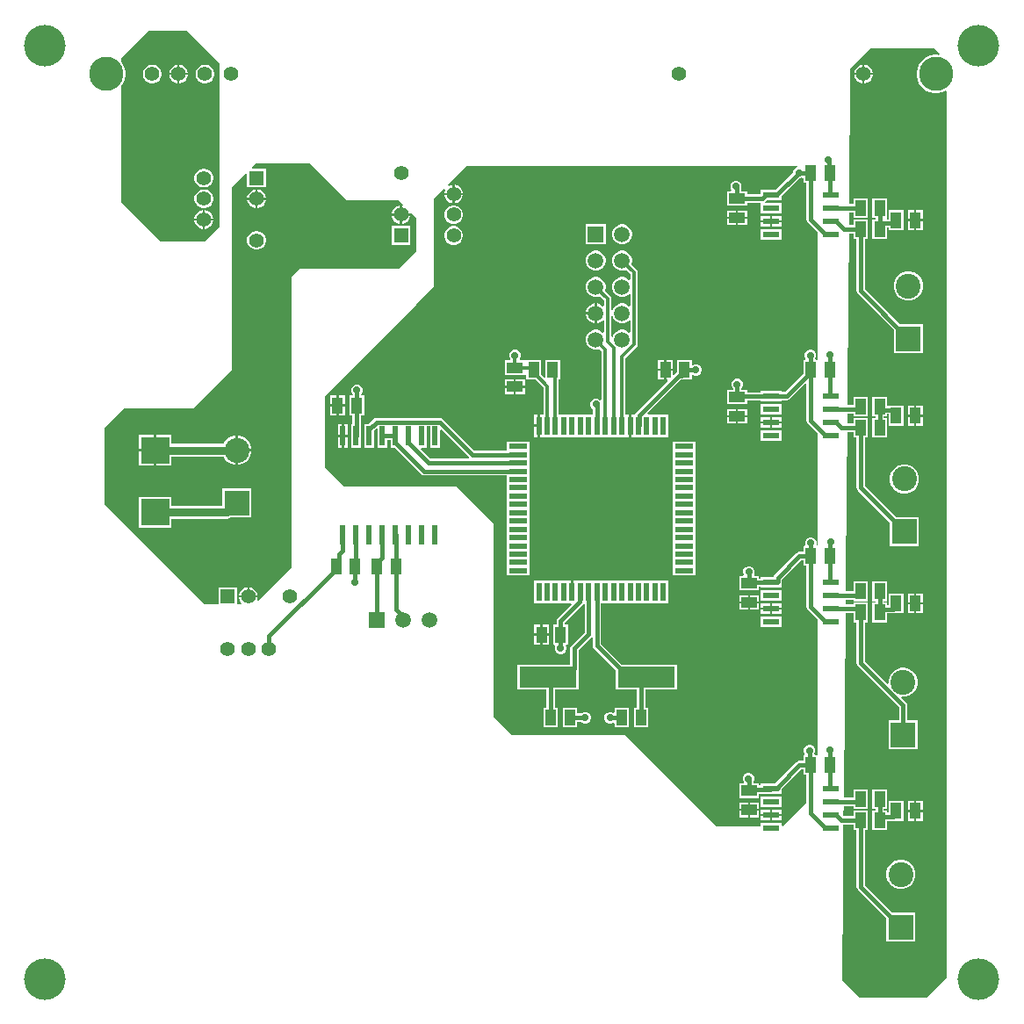
<source format=gtl>
G04*
G04 #@! TF.GenerationSoftware,Altium Limited,Altium Designer,23.11.1 (41)*
G04*
G04 Layer_Physical_Order=1*
G04 Layer_Color=255*
%FSLAX43Y43*%
%MOMM*%
G71*
G04*
G04 #@! TF.SameCoordinates,5C86F8B5-C48D-4B9D-AEF1-1A40F40C4F51*
G04*
G04*
G04 #@! TF.FilePolarity,Positive*
G04*
G01*
G75*
%ADD17C,0.300*%
%ADD38R,1.600X0.600*%
%ADD39R,1.500X1.000*%
%ADD40R,1.000X1.500*%
%ADD41R,0.600X1.900*%
%ADD42R,0.500X1.800*%
%ADD43R,5.500X2.000*%
%ADD44R,1.800X0.500*%
%ADD45R,2.770X2.550*%
%ADD46C,0.381*%
%ADD47C,0.800*%
%ADD48R,1.400X1.400*%
%ADD49C,1.400*%
%ADD50C,3.300*%
%ADD51C,2.400*%
%ADD52R,2.400X2.400*%
%ADD53C,4.000*%
%ADD54C,1.508*%
%ADD55C,1.500*%
%ADD56R,1.500X1.500*%
%ADD57R,1.508X1.508*%
%ADD58R,1.400X1.400*%
%ADD59C,0.700*%
G36*
X91220Y94180D02*
X91160Y94068D01*
X91065Y94087D01*
X90701D01*
X90343Y94016D01*
X90007Y93876D01*
X89704Y93674D01*
X89446Y93416D01*
X89244Y93113D01*
X89104Y92777D01*
X89033Y92419D01*
Y92055D01*
X89104Y91697D01*
X89244Y91361D01*
X89446Y91058D01*
X89704Y90800D01*
X90007Y90598D01*
X90343Y90458D01*
X90701Y90387D01*
X91065D01*
X91423Y90458D01*
X91759Y90598D01*
X91788Y90617D01*
X91900Y90557D01*
Y5100D01*
X90000Y3200D01*
X83500D01*
X81816Y4900D01*
X81899Y13680D01*
X81958Y19906D01*
X82913D01*
Y19354D01*
X83215D01*
Y13887D01*
X83245Y13735D01*
X83331Y13605D01*
X86100Y10837D01*
Y8600D01*
X88900D01*
Y11400D01*
X86663D01*
X84011Y14052D01*
Y19354D01*
X84313D01*
Y21254D01*
X82913D01*
Y20702D01*
X82056D01*
X81966Y20792D01*
X81975Y21684D01*
X82913D01*
Y21386D01*
X84313D01*
Y23286D01*
X82913D01*
Y22480D01*
X82073D01*
X81983Y22570D01*
X82151Y40306D01*
X82913D01*
Y39373D01*
X83215D01*
Y35443D01*
X83245Y35290D01*
X83331Y35161D01*
X87315Y31178D01*
Y29912D01*
X86313D01*
Y27112D01*
X89113D01*
Y29912D01*
X88111D01*
Y31343D01*
X88081Y31495D01*
X87995Y31624D01*
X87554Y32065D01*
X87606Y32192D01*
X87897D01*
X88253Y32287D01*
X88573Y32472D01*
X88833Y32732D01*
X89018Y33052D01*
X89113Y33408D01*
Y33776D01*
X89018Y34132D01*
X88833Y34452D01*
X88573Y34712D01*
X88253Y34897D01*
X87897Y34992D01*
X87529D01*
X87173Y34897D01*
X86853Y34712D01*
X86593Y34452D01*
X86408Y34132D01*
X86313Y33776D01*
Y33485D01*
X86186Y33433D01*
X84011Y35608D01*
Y39373D01*
X84313D01*
Y41273D01*
X82913D01*
Y41102D01*
X82249D01*
X82159Y41192D01*
X82163Y41576D01*
X82913D01*
Y41405D01*
X84313D01*
Y43305D01*
X82913D01*
Y42372D01*
X82261D01*
X82171Y42462D01*
X82271Y53014D01*
X82316Y57753D01*
X82913D01*
Y57201D01*
X83215D01*
Y52345D01*
X83245Y52193D01*
X83331Y52063D01*
X86440Y48955D01*
Y46718D01*
X89240D01*
Y49518D01*
X87003D01*
X84011Y52510D01*
Y57201D01*
X84313D01*
Y59101D01*
X82913D01*
Y58549D01*
X82414D01*
X82325Y58639D01*
X82333Y59531D01*
X82913D01*
Y59233D01*
X84313D01*
Y61133D01*
X82913D01*
Y60327D01*
X82431D01*
X82341Y60417D01*
X82443Y71206D01*
X82497Y76868D01*
X82913D01*
Y76316D01*
X83215D01*
Y71333D01*
X83245Y71181D01*
X83331Y71051D01*
X86821Y67562D01*
Y65325D01*
X89621D01*
Y68125D01*
X87384D01*
X84011Y71498D01*
Y76316D01*
X84313D01*
Y78216D01*
X82913D01*
Y77664D01*
X82595D01*
X82505Y77754D01*
X82516Y78900D01*
X82913D01*
Y78348D01*
X84313D01*
Y80248D01*
X82913D01*
Y79696D01*
X82614D01*
X82525Y79786D01*
X82648Y92800D01*
X84547Y94700D01*
X90700D01*
X91220Y94180D01*
D02*
G37*
G36*
X34000Y80100D02*
X39100D01*
X39525Y79675D01*
X39459Y79561D01*
X39419Y79572D01*
X39401D01*
Y78772D01*
X40201D01*
Y78790D01*
X40190Y78830D01*
X40304Y78896D01*
X40800Y78400D01*
Y75100D01*
X40700D01*
X39100Y73500D01*
X29600D01*
X28800Y72700D01*
Y44700D01*
X25519Y41419D01*
X25418Y41497D01*
X25432Y41522D01*
X25493Y41751D01*
Y41769D01*
X24593D01*
X23693D01*
Y41751D01*
X23754Y41522D01*
X23873Y41316D01*
X23962Y41227D01*
X23910Y41100D01*
X23493D01*
Y42769D01*
X21693D01*
Y41100D01*
X20400D01*
X10700Y50800D01*
Y58100D01*
X12600Y60000D01*
X19300D01*
X23000Y63700D01*
Y81300D01*
X24358Y82658D01*
X24475Y82609D01*
Y81309D01*
X26275D01*
Y83109D01*
X24975D01*
X24926Y83226D01*
X25300Y83600D01*
X30500D01*
X34000Y80100D01*
D02*
G37*
G36*
X77563Y83277D02*
X77360Y83193D01*
X77206Y83039D01*
X77122Y82836D01*
Y82740D01*
X75450Y81068D01*
X74013D01*
Y80631D01*
X74003Y80621D01*
X72661D01*
Y80923D01*
X72109D01*
Y81192D01*
X72150Y81291D01*
Y81509D01*
X72066Y81712D01*
X71912Y81866D01*
X71709Y81950D01*
X71491D01*
X71288Y81866D01*
X71134Y81712D01*
X71050Y81509D01*
Y81291D01*
X71134Y81088D01*
X71172Y81050D01*
X71120Y80923D01*
X70761D01*
Y79523D01*
X72661D01*
Y79825D01*
X73897D01*
X74013Y79798D01*
X74013Y79698D01*
Y78798D01*
X76013D01*
Y79798D01*
X74463D01*
X74425Y79925D01*
X74450Y79941D01*
X74576Y80068D01*
X76013D01*
Y80505D01*
X77685Y82177D01*
X77781D01*
X77960Y82251D01*
X78044Y82216D01*
X78087Y82185D01*
Y81777D01*
X78389D01*
Y78199D01*
X78419Y78047D01*
X78505Y77917D01*
X79500Y76923D01*
Y64811D01*
X79487Y64689D01*
X79320D01*
X79284Y64750D01*
X79259Y64816D01*
X79337Y65004D01*
Y65222D01*
X79253Y65425D01*
X79099Y65579D01*
X78896Y65663D01*
X78678D01*
X78475Y65579D01*
X78321Y65425D01*
X78237Y65222D01*
Y65004D01*
X78315Y64816D01*
X78290Y64750D01*
X78254Y64689D01*
X78087D01*
Y63352D01*
X76332Y61597D01*
X76013D01*
Y61699D01*
X74013D01*
Y61552D01*
X72661D01*
Y61808D01*
X72118D01*
X72113Y61935D01*
X72177Y61999D01*
X72261Y62202D01*
Y62420D01*
X72177Y62623D01*
X72023Y62777D01*
X71820Y62861D01*
X71602D01*
X71399Y62777D01*
X71245Y62623D01*
X71161Y62420D01*
Y62202D01*
X71245Y61999D01*
X71309Y61935D01*
X71304Y61808D01*
X70761D01*
Y60408D01*
X72661D01*
Y60755D01*
X74013D01*
Y60699D01*
X76013D01*
Y60801D01*
X76497D01*
X76649Y60831D01*
X76779Y60917D01*
X78272Y62410D01*
X78389Y62362D01*
Y58830D01*
X78419Y58678D01*
X78505Y58548D01*
X79500Y57554D01*
Y46856D01*
X79494Y46804D01*
X79433Y46789D01*
X79342Y46897D01*
X79350Y46917D01*
Y47135D01*
X79266Y47338D01*
X79112Y47492D01*
X78909Y47576D01*
X78691D01*
X78488Y47492D01*
X78334Y47338D01*
X78250Y47135D01*
Y46917D01*
X78282Y46840D01*
X78211Y46734D01*
X78087D01*
Y46182D01*
X77715D01*
X77563Y46152D01*
X77434Y46066D01*
X75341Y43973D01*
X75255Y43843D01*
X75235Y43744D01*
X74013D01*
Y43597D01*
X73804D01*
Y43853D01*
X73414D01*
X73398Y43867D01*
X73339Y43980D01*
X73404Y44137D01*
Y44355D01*
X73320Y44558D01*
X73166Y44712D01*
X72963Y44796D01*
X72745D01*
X72542Y44712D01*
X72388Y44558D01*
X72304Y44355D01*
Y44137D01*
X72369Y43980D01*
X72310Y43867D01*
X72294Y43853D01*
X71904D01*
Y42453D01*
X73804D01*
Y42800D01*
X74013D01*
Y42744D01*
X76013D01*
Y43315D01*
X76021Y43354D01*
Y43526D01*
X77880Y45386D01*
X78087D01*
Y44834D01*
X78389D01*
Y40875D01*
X78419Y40723D01*
X78505Y40593D01*
X79500Y39599D01*
Y26710D01*
X79487Y26588D01*
X79245D01*
X79215Y26626D01*
X79177Y26715D01*
X79250Y26891D01*
Y27109D01*
X79166Y27312D01*
X79012Y27466D01*
X78809Y27550D01*
X78591D01*
X78388Y27466D01*
X78234Y27312D01*
X78150Y27109D01*
Y26891D01*
X78223Y26715D01*
X78168Y26588D01*
X78087D01*
Y26036D01*
X77715D01*
X77563Y26006D01*
X77434Y25920D01*
X75366Y23852D01*
X74013D01*
Y23641D01*
X73804D01*
Y23834D01*
X73252D01*
Y23974D01*
X73266Y23988D01*
X73350Y24191D01*
Y24409D01*
X73266Y24612D01*
X73112Y24766D01*
X72909Y24850D01*
X72691D01*
X72488Y24766D01*
X72334Y24612D01*
X72250Y24409D01*
Y24191D01*
X72334Y23988D01*
X72361Y23961D01*
X72309Y23834D01*
X71904D01*
Y22434D01*
X73804D01*
Y22845D01*
X74904D01*
X74940Y22852D01*
X76013D01*
Y23372D01*
X77880Y25240D01*
X78087D01*
Y24688D01*
X78389D01*
Y21989D01*
X76140Y19740D01*
X76013Y19793D01*
Y20042D01*
X74013D01*
Y19700D01*
X69700D01*
X60900Y28500D01*
X50000D01*
X48200Y30300D01*
Y48900D01*
X44600Y52500D01*
X33800D01*
X32000Y54300D01*
Y61100D01*
X40800Y70000D01*
Y70100D01*
X42500Y71800D01*
Y80200D01*
X43500Y81200D01*
X43602Y81122D01*
X43542Y81019D01*
X43481Y80790D01*
Y80772D01*
X44281D01*
Y81572D01*
X44263D01*
X44034Y81511D01*
X43931Y81451D01*
X43853Y81553D01*
X45700Y83400D01*
X77553D01*
X77563Y83277D01*
D02*
G37*
G36*
X21800Y93300D02*
Y77500D01*
X20400Y76100D01*
X16100Y76100D01*
X12300Y79900D01*
X12300Y91038D01*
X12320Y91058D01*
X12522Y91361D01*
X12662Y91697D01*
X12733Y92055D01*
Y92419D01*
X12662Y92777D01*
X12522Y93113D01*
X12320Y93416D01*
X12300Y93436D01*
Y93700D01*
X15000Y96400D01*
X18700D01*
X21800Y93300D01*
D02*
G37*
%LPC*%
G36*
X84021Y93137D02*
X84003D01*
Y92337D01*
X84803D01*
Y92355D01*
X84742Y92584D01*
X84623Y92790D01*
X84456Y92957D01*
X84250Y93076D01*
X84021Y93137D01*
D02*
G37*
G36*
X83803D02*
X83785D01*
X83556Y93076D01*
X83350Y92957D01*
X83183Y92790D01*
X83064Y92584D01*
X83003Y92355D01*
Y92337D01*
X83803D01*
Y93137D01*
D02*
G37*
G36*
X84803Y92137D02*
X84003D01*
Y91337D01*
X84021D01*
X84250Y91398D01*
X84456Y91517D01*
X84623Y91684D01*
X84742Y91890D01*
X84803Y92119D01*
Y92137D01*
D02*
G37*
G36*
X83803D02*
X83003D01*
Y92119D01*
X83064Y91890D01*
X83183Y91684D01*
X83350Y91517D01*
X83556Y91398D01*
X83785Y91337D01*
X83803D01*
Y92137D01*
D02*
G37*
G36*
X89592Y79105D02*
X88992D01*
Y78255D01*
X89592D01*
Y79105D01*
D02*
G37*
G36*
X88792D02*
X88192D01*
Y78255D01*
X88792D01*
Y79105D01*
D02*
G37*
G36*
X89592Y78055D02*
X88992D01*
Y77205D01*
X89592D01*
Y78055D01*
D02*
G37*
G36*
X88792D02*
X88192D01*
Y77205D01*
X88792D01*
Y78055D01*
D02*
G37*
G36*
X86163Y80248D02*
X84763D01*
Y78348D01*
X85065D01*
Y78216D01*
X84763D01*
Y76316D01*
X86163D01*
Y77427D01*
X86342D01*
Y77205D01*
X87742D01*
Y79105D01*
X86342D01*
Y78224D01*
X86169D01*
X86163Y78348D01*
X86163D01*
Y80248D01*
D02*
G37*
G36*
X88405Y73205D02*
X88037D01*
X87681Y73110D01*
X87361Y72925D01*
X87101Y72665D01*
X86916Y72345D01*
X86821Y71989D01*
Y71621D01*
X86916Y71265D01*
X87101Y70945D01*
X87361Y70685D01*
X87681Y70500D01*
X88037Y70405D01*
X88405D01*
X88761Y70500D01*
X89081Y70685D01*
X89341Y70945D01*
X89526Y71265D01*
X89621Y71621D01*
Y71989D01*
X89526Y72345D01*
X89341Y72665D01*
X89081Y72925D01*
X88761Y73110D01*
X88405Y73205D01*
D02*
G37*
G36*
X89592Y60244D02*
X88992D01*
Y59394D01*
X89592D01*
Y60244D01*
D02*
G37*
G36*
X88792D02*
X88192D01*
Y59394D01*
X88792D01*
Y60244D01*
D02*
G37*
G36*
X89592Y59194D02*
X88992D01*
Y58344D01*
X89592D01*
Y59194D01*
D02*
G37*
G36*
X88792D02*
X88192D01*
Y58344D01*
X88792D01*
Y59194D01*
D02*
G37*
G36*
X86163Y61133D02*
X84763D01*
Y59233D01*
X85065D01*
Y59101D01*
X84763D01*
Y57201D01*
X86163D01*
Y59101D01*
X85861D01*
Y59233D01*
X86163D01*
Y59455D01*
X86342D01*
Y58344D01*
X87742D01*
Y60244D01*
X86771D01*
X86732Y60252D01*
X86163D01*
Y61133D01*
D02*
G37*
G36*
X88024Y54598D02*
X87656D01*
X87300Y54503D01*
X86980Y54318D01*
X86720Y54058D01*
X86535Y53738D01*
X86440Y53382D01*
Y53014D01*
X86535Y52658D01*
X86720Y52338D01*
X86980Y52078D01*
X87300Y51893D01*
X87656Y51798D01*
X88024D01*
X88380Y51893D01*
X88700Y52078D01*
X88960Y52338D01*
X89145Y52658D01*
X89240Y53014D01*
Y53382D01*
X89145Y53738D01*
X88960Y54058D01*
X88700Y54318D01*
X88380Y54503D01*
X88024Y54598D01*
D02*
G37*
G36*
X89592Y42162D02*
X88992D01*
Y41312D01*
X89592D01*
Y42162D01*
D02*
G37*
G36*
X88792D02*
X88192D01*
Y41312D01*
X88792D01*
Y42162D01*
D02*
G37*
G36*
X89592Y41112D02*
X88992D01*
Y40262D01*
X89592D01*
Y41112D01*
D02*
G37*
G36*
X88792D02*
X88192D01*
Y40262D01*
X88792D01*
Y41112D01*
D02*
G37*
G36*
X86163Y43305D02*
X84763D01*
Y41405D01*
X85065D01*
Y41273D01*
X84763D01*
Y39373D01*
X86163D01*
Y40254D01*
X86732D01*
X86771Y40262D01*
X87742D01*
Y42162D01*
X86342D01*
Y41051D01*
X86163D01*
Y41273D01*
X85861D01*
Y41405D01*
X86163D01*
Y43305D01*
D02*
G37*
G36*
X89592Y22143D02*
X88992D01*
Y21293D01*
X89592D01*
Y22143D01*
D02*
G37*
G36*
X88792D02*
X88192D01*
Y21293D01*
X88792D01*
Y22143D01*
D02*
G37*
G36*
X89592Y21093D02*
X88992D01*
Y20243D01*
X89592D01*
Y21093D01*
D02*
G37*
G36*
X88792D02*
X88192D01*
Y20243D01*
X88792D01*
Y21093D01*
D02*
G37*
G36*
X86163Y23286D02*
X84763D01*
Y21386D01*
X85065D01*
Y21254D01*
X84763D01*
Y19354D01*
X86163D01*
Y20235D01*
X86732D01*
X86771Y20243D01*
X87742D01*
Y22143D01*
X86342D01*
Y21032D01*
X86163D01*
Y21254D01*
X85861D01*
Y21386D01*
X86163D01*
Y23286D01*
D02*
G37*
G36*
X87684Y16480D02*
X87316D01*
X86960Y16385D01*
X86640Y16200D01*
X86380Y15940D01*
X86195Y15620D01*
X86100Y15264D01*
Y14896D01*
X86195Y14540D01*
X86380Y14220D01*
X86640Y13960D01*
X86960Y13775D01*
X87316Y13680D01*
X87684D01*
X88040Y13775D01*
X88360Y13960D01*
X88620Y14220D01*
X88805Y14540D01*
X88900Y14896D01*
Y15264D01*
X88805Y15620D01*
X88620Y15940D01*
X88360Y16200D01*
X88040Y16385D01*
X87684Y16480D01*
D02*
G37*
G36*
X25493Y81109D02*
X25475D01*
Y80309D01*
X26275D01*
Y80327D01*
X26214Y80556D01*
X26095Y80762D01*
X25928Y80929D01*
X25722Y81048D01*
X25493Y81109D01*
D02*
G37*
G36*
X25275D02*
X25257D01*
X25028Y81048D01*
X24822Y80929D01*
X24655Y80762D01*
X24536Y80556D01*
X24475Y80327D01*
Y80309D01*
X25275D01*
Y81109D01*
D02*
G37*
G36*
X26275Y80109D02*
X25475D01*
Y79309D01*
X25493D01*
X25722Y79370D01*
X25928Y79489D01*
X26095Y79656D01*
X26214Y79862D01*
X26275Y80091D01*
Y80109D01*
D02*
G37*
G36*
X25275D02*
X24475D01*
Y80091D01*
X24536Y79862D01*
X24655Y79656D01*
X24822Y79489D01*
X25028Y79370D01*
X25257Y79309D01*
X25275D01*
Y80109D01*
D02*
G37*
G36*
X39201Y79572D02*
X39183D01*
X38954Y79511D01*
X38748Y79392D01*
X38581Y79225D01*
X38462Y79019D01*
X38401Y78790D01*
Y78772D01*
X39201D01*
Y79572D01*
D02*
G37*
G36*
X40201Y78572D02*
X39401D01*
Y77772D01*
X39419D01*
X39648Y77833D01*
X39854Y77952D01*
X40021Y78119D01*
X40140Y78325D01*
X40201Y78554D01*
Y78572D01*
D02*
G37*
G36*
X39201D02*
X38401D01*
Y78554D01*
X38462Y78325D01*
X38581Y78119D01*
X38748Y77952D01*
X38954Y77833D01*
X39183Y77772D01*
X39201D01*
Y78572D01*
D02*
G37*
G36*
X40201Y77572D02*
X38401D01*
Y75772D01*
X40201D01*
Y77572D01*
D02*
G37*
G36*
X25493Y77109D02*
X25257D01*
X25028Y77048D01*
X24822Y76929D01*
X24655Y76762D01*
X24536Y76556D01*
X24475Y76327D01*
Y76091D01*
X24536Y75862D01*
X24655Y75656D01*
X24822Y75489D01*
X25028Y75370D01*
X25257Y75309D01*
X25493D01*
X25722Y75370D01*
X25928Y75489D01*
X26095Y75656D01*
X26214Y75862D01*
X26275Y76091D01*
Y76327D01*
X26214Y76556D01*
X26095Y76762D01*
X25928Y76929D01*
X25722Y77048D01*
X25493Y77109D01*
D02*
G37*
G36*
X23656Y57376D02*
X23572D01*
Y56076D01*
X24872D01*
Y56160D01*
X24777Y56516D01*
X24592Y56836D01*
X24332Y57096D01*
X24012Y57281D01*
X23656Y57376D01*
D02*
G37*
G36*
X15498Y57451D02*
X14013D01*
Y56076D01*
X15498D01*
Y57451D01*
D02*
G37*
G36*
X24872Y55876D02*
X23572D01*
Y54576D01*
X23656D01*
X24012Y54671D01*
X24332Y54856D01*
X24592Y55116D01*
X24777Y55436D01*
X24872Y55792D01*
Y55876D01*
D02*
G37*
G36*
X17183Y57451D02*
X15698D01*
Y55976D01*
Y54501D01*
X17183D01*
Y55364D01*
X22209D01*
X22352Y55116D01*
X22612Y54856D01*
X22932Y54671D01*
X23288Y54576D01*
X23372D01*
Y55976D01*
Y57376D01*
X23288D01*
X22932Y57281D01*
X22612Y57096D01*
X22352Y56836D01*
X22209Y56588D01*
X17183D01*
Y57451D01*
D02*
G37*
G36*
X15498Y55876D02*
X14013D01*
Y54501D01*
X15498D01*
Y55876D01*
D02*
G37*
G36*
X24872Y52296D02*
X22072D01*
Y50588D01*
X17183D01*
Y51451D01*
X14013D01*
Y48501D01*
X17183D01*
Y49364D01*
X22552D01*
X22786Y49411D01*
X22914Y49496D01*
X24872D01*
Y52296D01*
D02*
G37*
G36*
X24711Y42769D02*
X24693D01*
Y41969D01*
X25493D01*
Y41987D01*
X25432Y42216D01*
X25313Y42422D01*
X25146Y42589D01*
X24940Y42708D01*
X24711Y42769D01*
D02*
G37*
G36*
X24493D02*
X24475D01*
X24246Y42708D01*
X24040Y42589D01*
X23873Y42422D01*
X23754Y42216D01*
X23693Y41987D01*
Y41969D01*
X24493D01*
Y42769D01*
D02*
G37*
G36*
X44499Y81572D02*
X44481D01*
Y80772D01*
X45281D01*
Y80790D01*
X45220Y81019D01*
X45101Y81225D01*
X44934Y81392D01*
X44728Y81511D01*
X44499Y81572D01*
D02*
G37*
G36*
X45281Y80572D02*
X44481D01*
Y79772D01*
X44499D01*
X44728Y79833D01*
X44934Y79952D01*
X45101Y80119D01*
X45220Y80325D01*
X45281Y80554D01*
Y80572D01*
D02*
G37*
G36*
X44281D02*
X43481D01*
Y80554D01*
X43542Y80325D01*
X43661Y80119D01*
X43828Y79952D01*
X44034Y79833D01*
X44263Y79772D01*
X44281D01*
Y80572D01*
D02*
G37*
G36*
X72661Y79073D02*
X71811D01*
Y78473D01*
X72661D01*
Y79073D01*
D02*
G37*
G36*
X71611D02*
X70761D01*
Y78473D01*
X71611D01*
Y79073D01*
D02*
G37*
G36*
X76013Y78528D02*
X75113D01*
Y78128D01*
X76013D01*
Y78528D01*
D02*
G37*
G36*
X74913D02*
X74013D01*
Y78128D01*
X74913D01*
Y78528D01*
D02*
G37*
G36*
X44499Y79572D02*
X44263D01*
X44034Y79511D01*
X43828Y79392D01*
X43661Y79225D01*
X43542Y79019D01*
X43481Y78790D01*
Y78554D01*
X43542Y78325D01*
X43661Y78119D01*
X43828Y77952D01*
X44034Y77833D01*
X44263Y77772D01*
X44499D01*
X44728Y77833D01*
X44934Y77952D01*
X45101Y78119D01*
X45220Y78325D01*
X45281Y78554D01*
Y78790D01*
X45220Y79019D01*
X45101Y79225D01*
X44934Y79392D01*
X44728Y79511D01*
X44499Y79572D01*
D02*
G37*
G36*
X72661Y78273D02*
X71811D01*
Y77673D01*
X72661D01*
Y78273D01*
D02*
G37*
G36*
X71611D02*
X70761D01*
Y77673D01*
X71611D01*
Y78273D01*
D02*
G37*
G36*
X76013Y77928D02*
X75113D01*
Y77528D01*
X76013D01*
Y77928D01*
D02*
G37*
G36*
X74913D02*
X74013D01*
Y77528D01*
X74913D01*
Y77928D01*
D02*
G37*
G36*
X76013Y77258D02*
X74013D01*
Y76258D01*
X76013D01*
Y77258D01*
D02*
G37*
G36*
X60758Y77742D02*
X60508D01*
X60266Y77677D01*
X60050Y77552D01*
X59873Y77375D01*
X59748Y77159D01*
X59683Y76917D01*
Y76667D01*
X59748Y76425D01*
X59873Y76209D01*
X60050Y76032D01*
X60266Y75907D01*
X60508Y75842D01*
X60758D01*
X61000Y75907D01*
X61216Y76032D01*
X61393Y76209D01*
X61518Y76425D01*
X61583Y76667D01*
Y76917D01*
X61518Y77159D01*
X61393Y77375D01*
X61216Y77552D01*
X61000Y77677D01*
X60758Y77742D01*
D02*
G37*
G36*
X59043D02*
X57143D01*
Y75842D01*
X59043D01*
Y77742D01*
D02*
G37*
G36*
X44499Y77572D02*
X44263D01*
X44034Y77511D01*
X43828Y77392D01*
X43661Y77225D01*
X43542Y77019D01*
X43481Y76790D01*
Y76554D01*
X43542Y76325D01*
X43661Y76119D01*
X43828Y75952D01*
X44034Y75833D01*
X44263Y75772D01*
X44499D01*
X44728Y75833D01*
X44934Y75952D01*
X45101Y76119D01*
X45220Y76325D01*
X45281Y76554D01*
Y76790D01*
X45220Y77019D01*
X45101Y77225D01*
X44934Y77392D01*
X44728Y77511D01*
X44499Y77572D01*
D02*
G37*
G36*
X58218Y75202D02*
X57968D01*
X57726Y75137D01*
X57510Y75012D01*
X57333Y74835D01*
X57208Y74619D01*
X57143Y74377D01*
Y74127D01*
X57208Y73885D01*
X57333Y73669D01*
X57510Y73492D01*
X57726Y73367D01*
X57968Y73302D01*
X58218D01*
X58460Y73367D01*
X58676Y73492D01*
X58853Y73669D01*
X58978Y73885D01*
X59043Y74127D01*
Y74377D01*
X58978Y74619D01*
X58853Y74835D01*
X58676Y75012D01*
X58460Y75137D01*
X58218Y75202D01*
D02*
G37*
G36*
X60758D02*
X60508D01*
X60266Y75137D01*
X60050Y75012D01*
X59873Y74835D01*
X59748Y74619D01*
X59683Y74377D01*
Y74127D01*
X59748Y73885D01*
X59873Y73669D01*
X60050Y73492D01*
X60266Y73367D01*
X60508Y73302D01*
X60758D01*
X61000Y73367D01*
X61008Y73372D01*
X61417Y72964D01*
Y72451D01*
X61290Y72399D01*
X61216Y72472D01*
X61000Y72597D01*
X60758Y72662D01*
X60508D01*
X60266Y72597D01*
X60050Y72472D01*
X59873Y72295D01*
X59748Y72079D01*
X59683Y71837D01*
Y71587D01*
X59748Y71345D01*
X59873Y71129D01*
X60050Y70952D01*
X60266Y70827D01*
X60508Y70762D01*
X60758D01*
X61000Y70827D01*
X61216Y70952D01*
X61290Y71025D01*
X61417Y70973D01*
Y69911D01*
X61290Y69859D01*
X61216Y69932D01*
X61000Y70057D01*
X60758Y70122D01*
X60508D01*
X60266Y70057D01*
X60050Y69932D01*
X59873Y69755D01*
X59748Y69539D01*
X59717Y69425D01*
X59590Y69442D01*
Y70572D01*
X59563Y70708D01*
X59486Y70824D01*
X58973Y71337D01*
X58978Y71345D01*
X59043Y71587D01*
Y71837D01*
X58978Y72079D01*
X58853Y72295D01*
X58676Y72472D01*
X58460Y72597D01*
X58218Y72662D01*
X57968D01*
X57726Y72597D01*
X57510Y72472D01*
X57333Y72295D01*
X57208Y72079D01*
X57143Y71837D01*
Y71587D01*
X57208Y71345D01*
X57333Y71129D01*
X57510Y70952D01*
X57726Y70827D01*
X57968Y70762D01*
X58218D01*
X58460Y70827D01*
X58468Y70832D01*
X58877Y70424D01*
Y69911D01*
X58750Y69859D01*
X58676Y69932D01*
X58460Y70057D01*
X58218Y70122D01*
X58193D01*
Y69172D01*
Y68222D01*
X58218D01*
X58460Y68287D01*
X58676Y68412D01*
X58750Y68485D01*
X58877Y68433D01*
Y67371D01*
X58750Y67319D01*
X58676Y67392D01*
X58460Y67517D01*
X58218Y67582D01*
X57968D01*
X57726Y67517D01*
X57510Y67392D01*
X57333Y67215D01*
X57208Y66999D01*
X57143Y66757D01*
Y66507D01*
X57208Y66265D01*
X57333Y66049D01*
X57510Y65872D01*
X57726Y65747D01*
X57968Y65682D01*
X58218D01*
X58427Y65738D01*
X58643Y65522D01*
Y60814D01*
X58516Y60762D01*
X58412Y60866D01*
X58209Y60950D01*
X57991D01*
X57788Y60866D01*
X57634Y60712D01*
X57550Y60509D01*
Y60291D01*
X57634Y60088D01*
X57788Y59934D01*
X57802Y59928D01*
Y59445D01*
X54497D01*
Y62761D01*
X54638D01*
Y64661D01*
X53238D01*
Y62982D01*
X53121Y62933D01*
X52788Y63266D01*
Y64661D01*
X51388D01*
Y64290D01*
X51241D01*
Y64633D01*
X50790D01*
X50738Y64760D01*
X50766Y64788D01*
X50850Y64991D01*
Y65209D01*
X50766Y65412D01*
X50612Y65566D01*
X50409Y65650D01*
X50191D01*
X49988Y65566D01*
X49834Y65412D01*
X49750Y65209D01*
Y64991D01*
X49834Y64788D01*
X49862Y64760D01*
X49810Y64633D01*
X49341D01*
Y63233D01*
X51241D01*
Y63576D01*
X51388D01*
Y62761D01*
X52283D01*
X53043Y62001D01*
Y59445D01*
X52700D01*
Y58345D01*
Y57245D01*
X61300D01*
Y58345D01*
Y59445D01*
X60957D01*
Y64838D01*
X62026Y65907D01*
X62103Y66023D01*
X62130Y66160D01*
Y73112D01*
X62103Y73248D01*
X62026Y73364D01*
X61513Y73877D01*
X61518Y73885D01*
X61583Y74127D01*
Y74377D01*
X61518Y74619D01*
X61393Y74835D01*
X61216Y75012D01*
X61000Y75137D01*
X60758Y75202D01*
D02*
G37*
G36*
X57993Y70122D02*
X57968D01*
X57726Y70057D01*
X57510Y69932D01*
X57333Y69755D01*
X57208Y69539D01*
X57143Y69297D01*
Y69272D01*
X57993D01*
Y70122D01*
D02*
G37*
G36*
Y69072D02*
X57143D01*
Y69047D01*
X57208Y68805D01*
X57333Y68589D01*
X57510Y68412D01*
X57726Y68287D01*
X57968Y68222D01*
X57993D01*
Y69072D01*
D02*
G37*
G36*
X65488Y64661D02*
X64888D01*
Y63811D01*
X65488D01*
Y64661D01*
D02*
G37*
G36*
X64688D02*
X64088D01*
Y63811D01*
X64688D01*
Y64661D01*
D02*
G37*
G36*
X67338D02*
X65938D01*
Y63510D01*
X65823Y63433D01*
X65605Y63216D01*
X65488Y63264D01*
Y63611D01*
X64888D01*
Y62761D01*
X64985D01*
X65033Y62644D01*
X61978Y59588D01*
X61892Y59459D01*
X61889Y59445D01*
X61500D01*
Y58345D01*
Y57245D01*
X65050D01*
Y59445D01*
X63127D01*
X63078Y59562D01*
X66269Y62753D01*
X66328D01*
X66367Y62761D01*
X67338D01*
Y63161D01*
X67370Y63189D01*
X67465Y63232D01*
X67636Y63161D01*
X67854D01*
X68057Y63245D01*
X68211Y63399D01*
X68295Y63602D01*
Y63820D01*
X68211Y64023D01*
X68057Y64177D01*
X67854Y64261D01*
X67636D01*
X67465Y64190D01*
X67370Y64233D01*
X67338Y64261D01*
Y64661D01*
D02*
G37*
G36*
X64688Y63611D02*
X64088D01*
Y62761D01*
X64688D01*
Y63611D01*
D02*
G37*
G36*
X51241Y62783D02*
X50391D01*
Y62183D01*
X51241D01*
Y62783D01*
D02*
G37*
G36*
X50191D02*
X49341D01*
Y62183D01*
X50191D01*
Y62783D01*
D02*
G37*
G36*
X51241Y61983D02*
X50391D01*
Y61383D01*
X51241D01*
Y61983D01*
D02*
G37*
G36*
X50191D02*
X49341D01*
Y61383D01*
X50191D01*
Y61983D01*
D02*
G37*
G36*
X33901Y61232D02*
X33301D01*
Y60382D01*
X33901D01*
Y61232D01*
D02*
G37*
G36*
X33101D02*
X32501D01*
Y60382D01*
X33101D01*
Y61232D01*
D02*
G37*
G36*
X76013Y60429D02*
X74013D01*
Y59429D01*
X76013D01*
Y60429D01*
D02*
G37*
G36*
X72661Y59958D02*
X71811D01*
Y59358D01*
X72661D01*
Y59958D01*
D02*
G37*
G36*
X71611D02*
X70761D01*
Y59358D01*
X71611D01*
Y59958D01*
D02*
G37*
G36*
X33901Y60182D02*
X33301D01*
Y59332D01*
X33901D01*
Y60182D01*
D02*
G37*
G36*
X33101D02*
X32501D01*
Y59332D01*
X33101D01*
Y60182D01*
D02*
G37*
G36*
X76013Y59159D02*
X75113D01*
Y58759D01*
X76013D01*
Y59159D01*
D02*
G37*
G36*
X74913D02*
X74013D01*
Y58759D01*
X74913D01*
Y59159D01*
D02*
G37*
G36*
X72661Y59158D02*
X71811D01*
Y58558D01*
X72661D01*
Y59158D01*
D02*
G37*
G36*
X71611D02*
X70761D01*
Y58558D01*
X71611D01*
Y59158D01*
D02*
G37*
G36*
X52500Y59445D02*
X52150D01*
Y58445D01*
X52500D01*
Y59445D01*
D02*
G37*
G36*
X76013Y58559D02*
X75113D01*
Y58159D01*
X76013D01*
Y58559D01*
D02*
G37*
G36*
X74913D02*
X74013D01*
Y58159D01*
X74913D01*
Y58559D01*
D02*
G37*
G36*
X34209Y58486D02*
X33809D01*
Y57436D01*
X34209D01*
Y58486D01*
D02*
G37*
G36*
X33609D02*
X33209D01*
Y57436D01*
X33609D01*
Y58486D01*
D02*
G37*
G36*
X52500Y58245D02*
X52150D01*
Y57245D01*
X52500D01*
Y58245D01*
D02*
G37*
G36*
X76013Y57889D02*
X74013D01*
Y56889D01*
X76013D01*
Y57889D01*
D02*
G37*
G36*
X35160Y62301D02*
X34942D01*
X34739Y62217D01*
X34585Y62063D01*
X34501Y61860D01*
Y61642D01*
X34585Y61439D01*
X34653Y61371D01*
Y61232D01*
X34351D01*
Y59332D01*
X34617D01*
Y58486D01*
X34479D01*
Y56186D01*
X35479D01*
Y58486D01*
X35413D01*
Y59332D01*
X35751D01*
Y61232D01*
X35449D01*
Y61371D01*
X35517Y61439D01*
X35601Y61642D01*
Y61860D01*
X35517Y62063D01*
X35363Y62217D01*
X35160Y62301D01*
D02*
G37*
G36*
X34209Y57236D02*
X33809D01*
Y56186D01*
X34209D01*
Y57236D01*
D02*
G37*
G36*
X33609D02*
X33209D01*
Y56186D01*
X33609D01*
Y57236D01*
D02*
G37*
G36*
X67700Y56795D02*
X65500D01*
Y55895D01*
Y55095D01*
Y54295D01*
Y53495D01*
Y52695D01*
Y51895D01*
Y51095D01*
Y50295D01*
Y49495D01*
Y48695D01*
Y47895D01*
Y47095D01*
Y46295D01*
Y45495D01*
Y44695D01*
Y43895D01*
X67700D01*
Y44695D01*
Y45495D01*
Y46295D01*
Y47095D01*
Y47895D01*
Y48695D01*
Y49495D01*
Y50295D01*
Y51095D01*
Y51895D01*
Y52695D01*
Y53495D01*
Y54295D01*
Y55095D01*
Y55895D01*
Y56795D01*
D02*
G37*
G36*
X43061Y59075D02*
X36939D01*
X36787Y59044D01*
X36658Y58958D01*
X36186Y58486D01*
X35749D01*
Y56186D01*
X36749D01*
Y57923D01*
X36902Y58076D01*
X37019Y58027D01*
Y56186D01*
X38019D01*
Y56938D01*
X38289D01*
Y56186D01*
X38726D01*
X41248Y53663D01*
X41378Y53577D01*
X41530Y53547D01*
X49500D01*
Y52695D01*
Y51895D01*
Y51095D01*
Y50295D01*
Y49495D01*
Y48695D01*
Y47895D01*
Y47095D01*
Y46295D01*
Y45495D01*
Y44695D01*
Y43895D01*
X51700D01*
Y44695D01*
Y45495D01*
Y46295D01*
Y47095D01*
Y47895D01*
Y48695D01*
Y49495D01*
Y50295D01*
Y51095D01*
Y51895D01*
Y52695D01*
Y53495D01*
Y54295D01*
Y55095D01*
Y55895D01*
Y56795D01*
X49500D01*
Y55943D01*
X46357D01*
X43342Y58958D01*
X43213Y59044D01*
X43188Y59049D01*
X43061Y59075D01*
D02*
G37*
G36*
X65050Y43445D02*
X55900D01*
Y42345D01*
X55700D01*
Y43445D01*
X52150D01*
Y41245D01*
X55710D01*
X55759Y41128D01*
X54418Y39787D01*
X54332Y39658D01*
X54302Y39506D01*
Y39134D01*
X54000D01*
Y37234D01*
X54115D01*
X54200Y37107D01*
X54150Y36987D01*
Y36769D01*
X54234Y36566D01*
X54388Y36412D01*
X54591Y36328D01*
X54809D01*
X55012Y36412D01*
X55166Y36566D01*
X55250Y36769D01*
Y36987D01*
X55200Y37107D01*
X55285Y37234D01*
X55400D01*
Y39134D01*
X55098D01*
Y39341D01*
X56822Y41064D01*
X56875Y41144D01*
X57002Y41105D01*
Y38418D01*
X55748Y37164D01*
X55662Y37035D01*
X55631Y36882D01*
Y35320D01*
X50520D01*
Y32920D01*
X53341D01*
Y31133D01*
X53039D01*
Y29233D01*
X54439D01*
Y31133D01*
X54137D01*
Y32920D01*
X56420D01*
Y34891D01*
X56428Y34930D01*
Y36718D01*
X57675Y37965D01*
X57703Y37963D01*
X57802Y37923D01*
Y37140D01*
X57832Y36988D01*
X57918Y36858D01*
X60020Y34757D01*
Y32920D01*
X62049D01*
Y31133D01*
X61747D01*
Y29233D01*
X63147D01*
Y31133D01*
X62845D01*
Y32920D01*
X65920D01*
Y35320D01*
X60583D01*
X58598Y37305D01*
Y41245D01*
X65050D01*
Y43445D01*
D02*
G37*
G36*
X76013Y42474D02*
X74013D01*
Y41474D01*
X76013D01*
Y42474D01*
D02*
G37*
G36*
X73804Y42003D02*
X72954D01*
Y41403D01*
X73804D01*
Y42003D01*
D02*
G37*
G36*
X72754D02*
X71904D01*
Y41403D01*
X72754D01*
Y42003D01*
D02*
G37*
G36*
X76013Y41204D02*
X75113D01*
Y40804D01*
X76013D01*
Y41204D01*
D02*
G37*
G36*
X74913D02*
X74013D01*
Y40804D01*
X74913D01*
Y41204D01*
D02*
G37*
G36*
X73804Y41203D02*
X72954D01*
Y40603D01*
X73804D01*
Y41203D01*
D02*
G37*
G36*
X72754D02*
X71904D01*
Y40603D01*
X72754D01*
Y41203D01*
D02*
G37*
G36*
X76013Y40604D02*
X75113D01*
Y40204D01*
X76013D01*
Y40604D01*
D02*
G37*
G36*
X74913D02*
X74013D01*
Y40204D01*
X74913D01*
Y40604D01*
D02*
G37*
G36*
X76013Y39934D02*
X74013D01*
Y38934D01*
X76013D01*
Y39934D01*
D02*
G37*
G36*
X53550Y39134D02*
X52950D01*
Y38284D01*
X53550D01*
Y39134D01*
D02*
G37*
G36*
X52750D02*
X52150D01*
Y38284D01*
X52750D01*
Y39134D01*
D02*
G37*
G36*
X53550Y38084D02*
X52950D01*
Y37234D01*
X53550D01*
Y38084D01*
D02*
G37*
G36*
X52750D02*
X52150D01*
Y37234D01*
X52750D01*
Y38084D01*
D02*
G37*
G36*
X61297Y31133D02*
X59897D01*
Y30733D01*
X59865Y30705D01*
X59770Y30662D01*
X59599Y30733D01*
X59381D01*
X59178Y30649D01*
X59024Y30495D01*
X58940Y30292D01*
Y30074D01*
X59024Y29871D01*
X59178Y29717D01*
X59381Y29633D01*
X59599D01*
X59770Y29704D01*
X59865Y29661D01*
X59897Y29633D01*
Y29233D01*
X61297D01*
Y31133D01*
D02*
G37*
G36*
X56289D02*
X54889D01*
Y29233D01*
X56289D01*
Y29785D01*
X56697D01*
X56765Y29717D01*
X56968Y29633D01*
X57186D01*
X57389Y29717D01*
X57543Y29871D01*
X57627Y30074D01*
Y30292D01*
X57543Y30495D01*
X57389Y30649D01*
X57186Y30733D01*
X56968D01*
X56765Y30649D01*
X56697Y30581D01*
X56289D01*
Y31133D01*
D02*
G37*
G36*
X76013Y22582D02*
X74013D01*
Y21582D01*
X76013D01*
Y22582D01*
D02*
G37*
G36*
X73804Y21984D02*
X72954D01*
Y21384D01*
X73804D01*
Y21984D01*
D02*
G37*
G36*
X72754D02*
X71904D01*
Y21384D01*
X72754D01*
Y21984D01*
D02*
G37*
G36*
X76013Y21312D02*
X75113D01*
Y20912D01*
X76013D01*
Y21312D01*
D02*
G37*
G36*
X74913D02*
X74013D01*
Y20912D01*
X74913D01*
Y21312D01*
D02*
G37*
G36*
X73804Y21184D02*
X72954D01*
Y20584D01*
X73804D01*
Y21184D01*
D02*
G37*
G36*
X72754D02*
X71904D01*
Y20584D01*
X72754D01*
Y21184D01*
D02*
G37*
G36*
X76013Y20712D02*
X75113D01*
Y20312D01*
X76013D01*
Y20712D01*
D02*
G37*
G36*
X74913D02*
X74013D01*
Y20312D01*
X74913D01*
Y20712D01*
D02*
G37*
%LPD*%
G36*
X59748Y68805D02*
X59873Y68589D01*
X60050Y68412D01*
X60266Y68287D01*
X60508Y68222D01*
X60758D01*
X61000Y68287D01*
X61216Y68412D01*
X61290Y68485D01*
X61417Y68433D01*
Y67371D01*
X61290Y67319D01*
X61216Y67392D01*
X61000Y67517D01*
X60758Y67582D01*
X60508D01*
X60266Y67517D01*
X60050Y67392D01*
X59873Y67215D01*
X59748Y66999D01*
X59717Y66885D01*
X59590Y66902D01*
Y68902D01*
X59717Y68919D01*
X59748Y68805D01*
D02*
G37*
G36*
X42099Y56186D02*
X43099D01*
Y57909D01*
X43216Y57958D01*
X45904Y55270D01*
X45902Y55242D01*
X45862Y55143D01*
X42165D01*
X41239Y56069D01*
X41288Y56186D01*
X41829D01*
Y58278D01*
X42099D01*
Y56186D01*
D02*
G37*
%LPC*%
G36*
X17981Y93137D02*
X17963D01*
Y92337D01*
X18763D01*
Y92355D01*
X18702Y92584D01*
X18583Y92790D01*
X18416Y92957D01*
X18210Y93076D01*
X17981Y93137D01*
D02*
G37*
G36*
X17763D02*
X17745D01*
X17516Y93076D01*
X17310Y92957D01*
X17143Y92790D01*
X17024Y92584D01*
X16963Y92355D01*
Y92337D01*
X17763D01*
Y93137D01*
D02*
G37*
G36*
X20521D02*
X20285D01*
X20056Y93076D01*
X19850Y92957D01*
X19683Y92790D01*
X19564Y92584D01*
X19503Y92355D01*
Y92119D01*
X19564Y91890D01*
X19683Y91684D01*
X19850Y91517D01*
X20056Y91398D01*
X20285Y91337D01*
X20521D01*
X20750Y91398D01*
X20956Y91517D01*
X21123Y91684D01*
X21242Y91890D01*
X21303Y92119D01*
Y92355D01*
X21242Y92584D01*
X21123Y92790D01*
X20956Y92957D01*
X20750Y93076D01*
X20521Y93137D01*
D02*
G37*
G36*
X18763Y92137D02*
X17963D01*
Y91337D01*
X17981D01*
X18210Y91398D01*
X18416Y91517D01*
X18583Y91684D01*
X18702Y91890D01*
X18763Y92119D01*
Y92137D01*
D02*
G37*
G36*
X17763D02*
X16963D01*
Y92119D01*
X17024Y91890D01*
X17143Y91684D01*
X17310Y91517D01*
X17516Y91398D01*
X17745Y91337D01*
X17763D01*
Y92137D01*
D02*
G37*
G36*
X15441Y93137D02*
X15205D01*
X14976Y93076D01*
X14770Y92957D01*
X14603Y92790D01*
X14484Y92584D01*
X14423Y92355D01*
Y92119D01*
X14484Y91890D01*
X14603Y91684D01*
X14770Y91517D01*
X14976Y91398D01*
X15205Y91337D01*
X15441D01*
X15670Y91398D01*
X15876Y91517D01*
X16043Y91684D01*
X16162Y91890D01*
X16223Y92119D01*
Y92355D01*
X16162Y92584D01*
X16043Y92790D01*
X15876Y92957D01*
X15670Y93076D01*
X15441Y93137D01*
D02*
G37*
G36*
X20413Y83109D02*
X20177D01*
X19948Y83048D01*
X19742Y82929D01*
X19575Y82762D01*
X19456Y82556D01*
X19395Y82327D01*
Y82091D01*
X19456Y81862D01*
X19575Y81656D01*
X19742Y81489D01*
X19948Y81370D01*
X20177Y81309D01*
X20413D01*
X20642Y81370D01*
X20848Y81489D01*
X21015Y81656D01*
X21134Y81862D01*
X21195Y82091D01*
Y82327D01*
X21134Y82556D01*
X21015Y82762D01*
X20848Y82929D01*
X20642Y83048D01*
X20413Y83109D01*
D02*
G37*
G36*
Y81109D02*
X20177D01*
X19948Y81048D01*
X19742Y80929D01*
X19575Y80762D01*
X19456Y80556D01*
X19395Y80327D01*
Y80091D01*
X19456Y79862D01*
X19575Y79656D01*
X19742Y79489D01*
X19948Y79370D01*
X20177Y79309D01*
X20413D01*
X20642Y79370D01*
X20848Y79489D01*
X21015Y79656D01*
X21134Y79862D01*
X21195Y80091D01*
Y80327D01*
X21134Y80556D01*
X21015Y80762D01*
X20848Y80929D01*
X20642Y81048D01*
X20413Y81109D01*
D02*
G37*
G36*
Y79109D02*
X20395D01*
Y78309D01*
X21195D01*
Y78327D01*
X21134Y78556D01*
X21015Y78762D01*
X20848Y78929D01*
X20642Y79048D01*
X20413Y79109D01*
D02*
G37*
G36*
X20195D02*
X20177D01*
X19948Y79048D01*
X19742Y78929D01*
X19575Y78762D01*
X19456Y78556D01*
X19395Y78327D01*
Y78309D01*
X20195D01*
Y79109D01*
D02*
G37*
G36*
X21195Y78109D02*
X20395D01*
Y77309D01*
X20413D01*
X20642Y77370D01*
X20848Y77489D01*
X21015Y77656D01*
X21134Y77862D01*
X21195Y78091D01*
Y78109D01*
D02*
G37*
G36*
X20195D02*
X19395D01*
Y78091D01*
X19456Y77862D01*
X19575Y77656D01*
X19742Y77489D01*
X19948Y77370D01*
X20177Y77309D01*
X20195D01*
Y78109D01*
D02*
G37*
%LPD*%
D17*
X50291Y65091D02*
X50300Y65100D01*
X50291Y63933D02*
Y65091D01*
X59000Y58345D02*
Y65670D01*
X53400Y58345D02*
Y62149D01*
X52088Y63461D02*
Y63711D01*
Y63461D02*
X53400Y62149D01*
X50291Y63933D02*
X51866D01*
X52088Y63711D01*
X54140Y58404D02*
Y63508D01*
Y58404D02*
X54200Y58345D01*
X53938Y63711D02*
X54140Y63508D01*
X60633Y74252D02*
X61773Y73112D01*
Y66160D02*
Y73112D01*
X60600Y64986D02*
X61773Y66160D01*
X60600Y58345D02*
Y64986D01*
X58093Y71712D02*
X59234Y70572D01*
Y66419D02*
Y70572D01*
Y66419D02*
X59800Y65852D01*
Y58345D02*
Y65852D01*
X58093Y66577D02*
X59000Y65670D01*
X58093Y66577D02*
Y66632D01*
D38*
X80728Y58659D02*
D03*
Y59929D02*
D03*
Y61199D02*
D03*
X75013D02*
D03*
Y59929D02*
D03*
Y58659D02*
D03*
X80728Y57389D02*
D03*
X75013D02*
D03*
X80728Y40704D02*
D03*
Y41974D02*
D03*
Y43244D02*
D03*
X75013D02*
D03*
Y41974D02*
D03*
Y40704D02*
D03*
X80728Y39434D02*
D03*
X75013D02*
D03*
X80728Y78028D02*
D03*
Y79298D02*
D03*
Y80568D02*
D03*
X75013D02*
D03*
Y79298D02*
D03*
Y78028D02*
D03*
X80728Y76758D02*
D03*
X75013D02*
D03*
Y23352D02*
D03*
X80728Y19542D02*
D03*
Y23352D02*
D03*
X75013Y20812D02*
D03*
Y19542D02*
D03*
Y22082D02*
D03*
X80728D02*
D03*
Y20812D02*
D03*
D39*
X71711Y59258D02*
D03*
Y61108D02*
D03*
X72854Y41303D02*
D03*
Y43153D02*
D03*
X71711Y78373D02*
D03*
Y80223D02*
D03*
X72854Y23134D02*
D03*
X50291Y63933D02*
D03*
X72854Y21284D02*
D03*
X50291Y62083D02*
D03*
D40*
X87042Y59294D02*
D03*
X88892D02*
D03*
X83613Y58151D02*
D03*
X85463D02*
D03*
X83613Y60183D02*
D03*
X85463D02*
D03*
X80637Y63739D02*
D03*
X78787D02*
D03*
X80637Y45784D02*
D03*
X78787D02*
D03*
X87042Y41212D02*
D03*
X88892D02*
D03*
X83613Y40323D02*
D03*
X85463D02*
D03*
X83613Y42355D02*
D03*
X85463D02*
D03*
X83613Y79298D02*
D03*
X85463D02*
D03*
X83613Y77266D02*
D03*
X85463D02*
D03*
X87042Y78155D02*
D03*
X88892D02*
D03*
X80637Y82727D02*
D03*
X78787D02*
D03*
X35051Y60282D02*
D03*
X78787Y25638D02*
D03*
X54700Y38184D02*
D03*
X55589Y30183D02*
D03*
X60597D02*
D03*
X52088Y63711D02*
D03*
X66638D02*
D03*
X80637Y25638D02*
D03*
X64788Y63711D02*
D03*
X52850Y38184D02*
D03*
X33201Y60282D02*
D03*
X33038Y44788D02*
D03*
X53739Y30183D02*
D03*
X62447D02*
D03*
X34888Y44788D02*
D03*
X36975D02*
D03*
X38825D02*
D03*
X53938Y63711D02*
D03*
X85463Y22336D02*
D03*
X83613D02*
D03*
X85463Y20304D02*
D03*
X83613D02*
D03*
X88892Y21193D02*
D03*
X87042D02*
D03*
D41*
X34979Y57336D02*
D03*
X33709Y47836D02*
D03*
Y57336D02*
D03*
X34979Y47836D02*
D03*
X36249D02*
D03*
X37519D02*
D03*
X38789D02*
D03*
X40059D02*
D03*
X41329D02*
D03*
X42599D02*
D03*
X36249Y57336D02*
D03*
X37519D02*
D03*
X38789D02*
D03*
X40059D02*
D03*
X41329D02*
D03*
X42599D02*
D03*
D42*
X53400Y58345D02*
D03*
X56600Y42345D02*
D03*
X62200Y58345D02*
D03*
X61400D02*
D03*
X55800Y42345D02*
D03*
X52600Y58345D02*
D03*
X64600D02*
D03*
X63800D02*
D03*
X63000D02*
D03*
X64600Y42345D02*
D03*
X63800D02*
D03*
X63000D02*
D03*
X62200D02*
D03*
X61400D02*
D03*
X59800D02*
D03*
Y58345D02*
D03*
X60600Y42345D02*
D03*
X59000D02*
D03*
X58200D02*
D03*
X57400D02*
D03*
X55000D02*
D03*
X54200D02*
D03*
X53400D02*
D03*
X52600D02*
D03*
X60600Y58345D02*
D03*
X54200D02*
D03*
X55000D02*
D03*
X55800D02*
D03*
X56600D02*
D03*
X57400D02*
D03*
X58200D02*
D03*
X59000D02*
D03*
D43*
X53470Y34120D02*
D03*
X62970D02*
D03*
D44*
X66600Y44345D02*
D03*
Y45145D02*
D03*
Y45945D02*
D03*
Y46745D02*
D03*
Y47545D02*
D03*
X50600Y44345D02*
D03*
Y45145D02*
D03*
Y45945D02*
D03*
Y46745D02*
D03*
Y47545D02*
D03*
X66600Y53145D02*
D03*
X50600D02*
D03*
X66600Y56345D02*
D03*
Y55545D02*
D03*
Y54745D02*
D03*
Y53945D02*
D03*
Y52345D02*
D03*
Y51545D02*
D03*
Y50745D02*
D03*
Y49945D02*
D03*
Y49145D02*
D03*
Y48345D02*
D03*
X50600Y53945D02*
D03*
Y54745D02*
D03*
Y55545D02*
D03*
Y56345D02*
D03*
Y52345D02*
D03*
Y51545D02*
D03*
Y48345D02*
D03*
Y49145D02*
D03*
Y49945D02*
D03*
Y50745D02*
D03*
D45*
X15598Y49976D02*
D03*
Y55976D02*
D03*
D46*
X78743Y25681D02*
X78787Y25638D01*
X78700Y27000D02*
X78743Y26956D01*
Y25681D02*
Y26956D01*
X77715Y25638D02*
X78787D01*
X71711Y61108D02*
Y62311D01*
X58100Y60400D02*
X58200Y60300D01*
Y58345D02*
Y60300D01*
X77672Y82727D02*
X78787D01*
X75513Y80568D02*
X77672Y82727D01*
X80500Y82864D02*
X80561Y82925D01*
Y83939D01*
X80500Y84000D02*
X80561Y83939D01*
X80500Y82864D02*
X80637Y82727D01*
Y65137D02*
X80663Y65163D01*
X80637Y63739D02*
Y65137D01*
X80698Y45845D02*
Y47104D01*
X80637Y45784D02*
X80698Y45845D01*
Y47104D02*
X80759Y47165D01*
X80637Y25638D02*
X80669Y25670D01*
Y27069D01*
X80700Y27100D01*
X33347Y45097D02*
Y45953D01*
X33709Y46314D02*
Y47836D01*
X33038Y44788D02*
X33347Y45097D01*
Y45953D02*
X33709Y46314D01*
X26593Y38093D02*
X33038Y44538D01*
X26593Y36789D02*
Y38093D01*
X33038Y44538D02*
Y44788D01*
X83359Y59929D02*
X83613Y60183D01*
X80728Y59929D02*
X83359D01*
X83303Y41974D02*
X83613Y42284D01*
X80728Y41974D02*
X83303D01*
X83613Y42284D02*
Y42355D01*
X83359Y22082D02*
X83613Y22336D01*
X80728Y22082D02*
X83359D01*
X78787Y20983D02*
Y25638D01*
Y20983D02*
X80228Y19542D01*
X80728D01*
X78787Y40875D02*
X80228Y39434D01*
X80728D01*
X78787Y40875D02*
Y45784D01*
Y63489D02*
Y63739D01*
Y58830D02*
Y63489D01*
X80228Y57389D02*
X80728D01*
X78787Y58830D02*
X80228Y57389D01*
X78787Y78199D02*
X80228Y76758D01*
X78787Y78199D02*
Y82727D01*
X80228Y76758D02*
X80728D01*
X71600Y81400D02*
X71711Y81289D01*
Y80223D02*
Y81289D01*
X72800Y24300D02*
X72854Y24246D01*
Y23134D02*
Y24246D01*
X78787Y63739D02*
Y65113D01*
Y47013D02*
X78800Y47026D01*
X78787Y45784D02*
Y47013D01*
X72854Y43153D02*
Y44246D01*
X83613Y13887D02*
X87500Y10000D01*
Y9500D02*
Y10000D01*
Y9500D02*
X87600Y9600D01*
X87042Y59294D02*
Y59544D01*
X85463Y60163D02*
X85772Y59854D01*
X83613Y52345D02*
Y58151D01*
X81228Y58659D02*
X81736Y58151D01*
X76497Y61199D02*
X78787Y63489D01*
X80637Y61290D02*
Y63739D01*
X80728Y58659D02*
X81228D01*
X75013Y61199D02*
X76497D01*
X80637Y61290D02*
X80728Y61199D01*
X74967Y61153D02*
X75013Y61199D01*
X81736Y58151D02*
X83613D01*
X71711Y61108D02*
X71757Y61153D01*
X74967D01*
X83613Y52345D02*
X87840Y48118D01*
X85463Y58151D02*
Y60163D01*
X85772Y59854D02*
X86732D01*
X87042Y59544D01*
X83613Y35443D02*
Y40323D01*
X86732Y40653D02*
X87042Y40962D01*
X85463Y40323D02*
Y40343D01*
X85772Y40653D02*
X86732D01*
X85463Y40343D02*
X85772Y40653D01*
X72854Y43153D02*
X72899Y43199D01*
X74967D01*
X75622Y43354D02*
Y43691D01*
X75513Y43244D02*
X75622Y43354D01*
X75013Y43244D02*
X75513D01*
X74967Y43199D02*
X75013Y43244D01*
X80637Y43335D02*
Y45784D01*
X77715D02*
X78787D01*
X80637Y43335D02*
X80728Y43244D01*
X75622Y43691D02*
X77715Y45784D01*
X80728Y40704D02*
X83303D01*
X83613Y40395D01*
Y35443D02*
X87713Y31343D01*
Y28512D02*
Y31343D01*
X85463Y40343D02*
Y42355D01*
X83613Y40323D02*
Y40395D01*
X87042Y40962D02*
Y41212D01*
X83613Y13887D02*
Y20304D01*
X85463D02*
Y20324D01*
Y22336D01*
X86732Y20633D02*
X87042Y20943D01*
X85772Y20633D02*
X86732D01*
X87042Y20943D02*
Y21193D01*
X85463Y20324D02*
X85772Y20633D01*
X81228Y20812D02*
X81736Y20304D01*
X80728Y20812D02*
X81228D01*
X81736Y20304D02*
X83613D01*
X80637Y23443D02*
Y25638D01*
Y23443D02*
X80728Y23352D01*
X75622Y23462D02*
Y23545D01*
X77715Y25638D01*
X75513Y23352D02*
X75622Y23462D01*
X75013Y23352D02*
X75513D01*
X74904Y23243D02*
X75013Y23352D01*
X72963Y23243D02*
X74904D01*
X72854Y23134D02*
X72963Y23243D01*
X83613Y71333D02*
X88221Y66725D01*
X83613Y71333D02*
Y77266D01*
X74513Y80568D02*
X75013D01*
X75513D01*
X80637Y80659D02*
Y82727D01*
Y80659D02*
X80728Y80568D01*
X74168Y80223D02*
X74513Y80568D01*
X71711Y80223D02*
X74168D01*
X85463Y77516D02*
Y79298D01*
Y77516D02*
X85772Y77826D01*
X86732D01*
X87042Y78135D01*
Y78155D01*
X85463Y77266D02*
Y77516D01*
X80728Y79298D02*
X83613D01*
X81228Y78028D02*
X81990Y77266D01*
X80728Y78028D02*
X81228D01*
X81990Y77266D02*
X83613D01*
X34979Y57336D02*
X35015Y57372D01*
X54700Y36878D02*
Y38184D01*
X35015Y57372D02*
Y60246D01*
X54700Y38184D02*
Y39506D01*
X56541Y41346D02*
Y42285D01*
X55589Y30183D02*
X57077D01*
X59490D02*
X60597D01*
X54700Y39506D02*
X56541Y41346D01*
Y42285D02*
X56600Y42345D01*
X62200Y58345D02*
X62259Y58404D01*
X35015Y60246D02*
X35051Y60282D01*
Y61751D01*
X62259Y58404D02*
Y59307D01*
X66104Y63152D01*
X66328D02*
X66638Y63461D01*
X66104Y63152D02*
X66328D01*
X66638Y63711D02*
X67745D01*
X66638Y63461D02*
Y63711D01*
X56029Y34930D02*
Y36882D01*
X57400Y38253D01*
X58200Y37140D02*
X61022Y34318D01*
X58200Y37140D02*
Y42345D01*
X53470Y34120D02*
X55220D01*
X56029Y34930D01*
X57400Y38253D02*
Y42345D01*
X61022Y34318D02*
X62772D01*
X62970Y34120D01*
X62447Y33597D02*
X62970Y34120D01*
X53470D02*
X53739Y33851D01*
Y30183D02*
Y33851D01*
X62447Y30183D02*
Y33597D01*
X36975Y39617D02*
X37011Y39581D01*
X36975Y39617D02*
Y44788D01*
Y45038D02*
X37519Y45582D01*
Y47836D01*
X36975Y44788D02*
Y45038D01*
X38825Y40572D02*
Y44788D01*
Y40572D02*
X39511Y39886D01*
Y39581D02*
Y39886D01*
X38807Y44806D02*
Y47818D01*
X38789Y47836D02*
X38807Y47818D01*
Y44806D02*
X38825Y44788D01*
X43061Y58676D02*
X46192Y55545D01*
X36939Y58676D02*
X43061D01*
X46192Y55545D02*
X50600D01*
X36249Y57336D02*
Y57986D01*
X36939Y58676D01*
X41530Y53945D02*
X50600D01*
X38789Y56686D02*
X41530Y53945D01*
X38789Y56686D02*
Y57336D01*
X37519D02*
X38789D01*
X40059Y56686D02*
Y57336D01*
Y56686D02*
X42000Y54745D01*
X50600D01*
X34852Y43264D02*
X34888Y43300D01*
Y44788D01*
X34933Y47791D02*
X34979Y47836D01*
X34933Y44833D02*
Y47791D01*
X34888Y44788D02*
X34933Y44833D01*
D47*
X15598Y55976D02*
X23472D01*
X15598Y49976D02*
X22552D01*
X23472Y50896D01*
D48*
X22593Y41869D02*
D03*
D49*
X24593D02*
D03*
X22593Y36789D02*
D03*
X26593D02*
D03*
X24593D02*
D03*
X28593Y41869D02*
D03*
X15323Y92237D02*
D03*
X17863D02*
D03*
X20403D02*
D03*
X22943D02*
D03*
X66123D02*
D03*
X83903D02*
D03*
X44381Y78672D02*
D03*
Y76672D02*
D03*
Y80672D02*
D03*
X39301Y82672D02*
D03*
Y78672D02*
D03*
X25375Y76209D02*
D03*
X20295Y80209D02*
D03*
Y78209D02*
D03*
Y82209D02*
D03*
X25375Y80209D02*
D03*
D50*
X10883Y92237D02*
D03*
X90883D02*
D03*
D51*
X87500Y15080D02*
D03*
X87840Y53198D02*
D03*
X87713Y33592D02*
D03*
X88221Y71805D02*
D03*
X23472Y55976D02*
D03*
D52*
X87500Y10000D02*
D03*
X87840Y48118D02*
D03*
X87713Y28512D02*
D03*
X88221Y66725D02*
D03*
X23472Y50896D02*
D03*
D53*
X5000Y95000D02*
D03*
X95000D02*
D03*
Y5000D02*
D03*
X5000D02*
D03*
D54*
X42011Y39581D02*
D03*
X39511D02*
D03*
D55*
X58093Y74252D02*
D03*
X60633Y76792D02*
D03*
X58093Y69172D02*
D03*
Y66632D02*
D03*
X60633D02*
D03*
Y69172D02*
D03*
X58093Y71712D02*
D03*
X60633D02*
D03*
Y74252D02*
D03*
D56*
X58093Y76792D02*
D03*
D57*
X37011Y39581D02*
D03*
D58*
X39301Y76672D02*
D03*
X25375Y82209D02*
D03*
D59*
X78700Y27000D02*
D03*
X50300Y65100D02*
D03*
X71711Y62311D02*
D03*
X58100Y60400D02*
D03*
X77672Y82727D02*
D03*
X80500Y84000D02*
D03*
X80663Y65163D02*
D03*
X80759Y47165D02*
D03*
X80700Y27100D02*
D03*
X35051Y61751D02*
D03*
X71600Y81400D02*
D03*
X72800Y24300D02*
D03*
X78787Y65113D02*
D03*
X78800Y47026D02*
D03*
X72854Y44246D02*
D03*
X54700Y36878D02*
D03*
X57077Y30183D02*
D03*
X59490D02*
D03*
X67745Y63711D02*
D03*
X34852Y43264D02*
D03*
M02*

</source>
